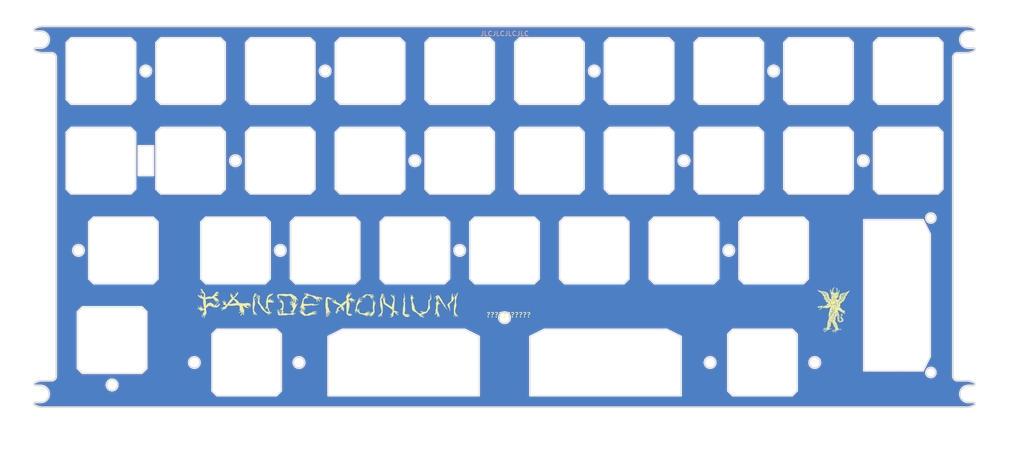
<source format=kicad_pcb>
(kicad_pcb (version 20221018) (generator pcbnew)
  (layers (0 "F.Cu" signal) (31 "B.Cu" signal) (34 "B.Paste" user) (35 "F.Paste" user) (36 "B.SilkS" user "B.Silkscreen") (37 "F.SilkS" user "F.Silkscreen") (38 "B.Mask" user) (39 "F.Mask" user) (44 "Edge.Cuts" user))
  (net 0 "")
  (net 1 "GND")
  (footprint "cipulot_parts:ecs_plate_cut_1U" (layer "F.Cu") (at 41.275 33.3375)
    (fp_text reference "REF**")
    (fp_text value "Value " hide)
    (fp_line (start -7.3 -6) (end -7.3 6) (stroke (width 0.12)) (layer "Edge.Cuts"))
    (fp_line (start -7.3 6) (end -6.3 7) (stroke (width 0.12)) (layer "Edge.Cuts"))
    (fp_line (start -6.3 -7) (end -7.3 -6) (stroke (width 0.12)) (layer "Edge.Cuts"))
    (fp_line (start -6.3 7) (end 6.3 7) (stroke (width 0.12)) (layer "Edge.Cuts"))
    (fp_line (start 6.3 -7) (end -6.3 -7) (stroke (width 0.12)) (layer "Edge.Cuts"))
    (fp_line (start 6.3 -7) (end 7.3 -6) (stroke (width 0.12)) (layer "Edge.Cuts"))
    (fp_line (start 6.3 7) (end 7.3 6) (stroke (width 0.12)) (layer "Edge.Cuts"))
    (fp_line (start 7.3 6) (end 7.3 -6) (stroke (width 0.12)) (layer "Edge.Cuts"))
  )
  (footprint "cipulot_parts:ecs_plate_cut_1U" (layer "F.Cu") (at 60.325 52.3875)
    (fp_text reference "REF**")
    (fp_text value "Value " hide)
    (fp_line (start -7.3 -6) (end -7.3 6) (stroke (width 0.12)) (layer "Edge.Cuts"))
    (fp_line (start -7.3 6) (end -6.3 7) (stroke (width 0.12)) (layer "Edge.Cuts"))
    (fp_line (start -6.3 -7) (end -7.3 -6) (stroke (width 0.12)) (layer "Edge.Cuts"))
    (fp_line (start -6.3 7) (end 6.3 7) (stroke (width 0.12)) (layer "Edge.Cuts"))
    (fp_line (start 6.3 -7) (end -6.3 -7) (stroke (width 0.12)) (layer "Edge.Cuts"))
    (fp_line (start 6.3 -7) (end 7.3 -6) (stroke (width 0.12)) (layer "Edge.Cuts"))
    (fp_line (start 6.3 7) (end 7.3 6) (stroke (width 0.12)) (layer "Edge.Cuts"))
    (fp_line (start 7.3 6) (end 7.3 -6) (stroke (width 0.12)) (layer "Edge.Cuts"))
  )
  (footprint "cipulot_parts:ecs_plate_cut_1U" (layer "F.Cu") (at 60.325 33.3375)
    (fp_text reference "REF**")
    (fp_text value "Value " hide)
    (fp_line (start -7.3 -6) (end -7.3 6) (stroke (width 0.12)) (layer "Edge.Cuts"))
    (fp_line (start -7.3 6) (end -6.3 7) (stroke (width 0.12)) (layer "Edge.Cuts"))
    (fp_line (start -6.3 -7) (end -7.3 -6) (stroke (width 0.12)) (layer "Edge.Cuts"))
    (fp_line (start -6.3 7) (end 6.3 7) (stroke (width 0.12)) (layer "Edge.Cuts"))
    (fp_line (start 6.3 -7) (end -6.3 -7) (stroke (width 0.12)) (layer "Edge.Cuts"))
    (fp_line (start 6.3 -7) (end 7.3 -6) (stroke (width 0.12)) (layer "Edge.Cuts"))
    (fp_line (start 6.3 7) (end 7.3 6) (stroke (width 0.12)) (layer "Edge.Cuts"))
    (fp_line (start 7.3 6) (end 7.3 -6) (stroke (width 0.12)) (layer "Edge.Cuts"))
  )
  (footprint "cipulot_parts:ecs_plate_cut_1U" (layer "F.Cu") (at 212.725 33.3375)
    (fp_text reference "REF**")
    (fp_text value "Value " hide)
    (fp_line (start -7.3 -6) (end -7.3 6) (stroke (width 0.12)) (layer "Edge.Cuts"))
    (fp_line (start -7.3 6) (end -6.3 7) (stroke (width 0.12)) (layer "Edge.Cuts"))
    (fp_line (start -6.3 -7) (end -7.3 -6) (stroke (width 0.12)) (layer "Edge.Cuts"))
    (fp_line (start -6.3 7) (end 6.3 7) (stroke (width 0.12)) (layer "Edge.Cuts"))
    (fp_line (start 6.3 -7) (end -6.3 -7) (stroke (width 0.12)) (layer "Edge.Cuts"))
    (fp_line (start 6.3 -7) (end 7.3 -6) (stroke (width 0.12)) (layer "Edge.Cuts"))
    (fp_line (start 6.3 7) (end 7.3 6) (stroke (width 0.12)) (layer "Edge.Cuts"))
    (fp_line (start 7.3 6) (end 7.3 -6) (stroke (width 0.12)) (layer "Edge.Cuts"))
  )
  (footprint "cipulot_parts:ecs_plate_cut_1U" (layer "F.Cu") (at 146.05 71.4375)
    (fp_text reference "REF**")
    (fp_text value "Value " hide)
    (fp_line (start -7.3 -6) (end -7.3 6) (stroke (width 0.12)) (layer "Edge.Cuts"))
    (fp_line (start -7.3 6) (end -6.3 7) (stroke (width 0.12)) (layer "Edge.Cuts"))
    (fp_line (start -6.3 -7) (end -7.3 -6) (stroke (width 0.12)) (layer "Edge.Cuts"))
    (fp_line (start -6.3 7) (end 6.3 7) (stroke (width 0.12)) (layer "Edge.Cuts"))
    (fp_line (start 6.3 -7) (end -6.3 -7) (stroke (width 0.12)) (layer "Edge.Cuts"))
    (fp_line (start 6.3 -7) (end 7.3 -6) (stroke (width 0.12)) (layer "Edge.Cuts"))
    (fp_line (start 6.3 7) (end 7.3 6) (stroke (width 0.12)) (layer "Edge.Cuts"))
    (fp_line (start 7.3 6) (end 7.3 -6) (stroke (width 0.12)) (layer "Edge.Cuts"))
  )
  (footprint "cipulot_parts:ecs_plate_cut_1U" (layer "F.Cu") (at 46.0375 71.4375)
    (fp_text reference "REF**")
    (fp_text value "Value " hide)
    (fp_line (start -7.3 -6) (end -7.3 6) (stroke (width 0.12)) (layer "Edge.Cuts"))
    (fp_line (start -7.3 6) (end -6.3 7) (stroke (width 0.12)) (layer "Edge.Cuts"))
    (fp_line (start -6.3 -7) (end -7.3 -6) (stroke (width 0.12)) (layer "Edge.Cuts"))
    (fp_line (start -6.3 7) (end 6.3 7) (stroke (width 0.12)) (layer "Edge.Cuts"))
    (fp_line (start 6.3 -7) (end -6.3 -7) (stroke (width 0.12)) (layer "Edge.Cuts"))
    (fp_line (start 6.3 -7) (end 7.3 -6) (stroke (width 0.12)) (layer "Edge.Cuts"))
    (fp_line (start 6.3 7) (end 7.3 6) (stroke (width 0.12)) (layer "Edge.Cuts"))
    (fp_line (start 7.3 6) (end 7.3 -6) (stroke (width 0.12)) (layer "Edge.Cuts"))
  )
  (footprint "LOGO" (layer "F.Cu") (at 196.85 84.1375)
    (fp_text reference "G***" hide)
    (fp_text value "LOGO" hide)
  )
  (footprint "cipulot_parts:ecs_plate_cut_1U" (layer "F.Cu") (at 88.9 71.4375)
    (fp_text reference "REF**")
    (fp_text value "Value " hide)
    (fp_line (start -7.3 -6) (end -7.3 6) (stroke (width 0.12)) (layer "Edge.Cuts"))
    (fp_line (start -7.3 6) (end -6.3 7) (stroke (width 0.12)) (layer "Edge.Cuts"))
    (fp_line (start -6.3 -7) (end -7.3 -6) (stroke (width 0.12)) (layer "Edge.Cuts"))
    (fp_line (start -6.3 7) (end 6.3 7) (stroke (width 0.12)) (layer "Edge.Cuts"))
    (fp_line (start 6.3 -7) (end -6.3 -7) (stroke (width 0.12)) (layer "Edge.Cuts"))
    (fp_line (start 6.3 -7) (end 7.3 -6) (stroke (width 0.12)) (layer "Edge.Cuts"))
    (fp_line (start 6.3 7) (end 7.3 6) (stroke (width 0.12)) (layer "Edge.Cuts"))
    (fp_line (start 7.3 6) (end 7.3 -6) (stroke (width 0.12)) (layer "Edge.Cuts"))
  )
  (footprint "cipulot_parts:ecs_plate_cut_1U" (layer "F.Cu") (at 117.475 33.3375)
    (fp_text reference "REF**")
    (fp_text value "Value " hide)
    (fp_line (start -7.3 -6) (end -7.3 6) (stroke (width 0.12)) (layer "Edge.Cuts"))
    (fp_line (start -7.3 6) (end -6.3 7) (stroke (width 0.12)) (layer "Edge.Cuts"))
    (fp_line (start -6.3 -7) (end -7.3 -6) (stroke (width 0.12)) (layer "Edge.Cuts"))
    (fp_line (start -6.3 7) (end 6.3 7) (stroke (width 0.12)) (layer "Edge.Cuts"))
    (fp_line (start 6.3 -7) (end -6.3 -7) (stroke (width 0.12)) (layer "Edge.Cuts"))
    (fp_line (start 6.3 -7) (end 7.3 -6) (stroke (width 0.12)) (layer "Edge.Cuts"))
    (fp_line (start 6.3 7) (end 7.3 6) (stroke (width 0.12)) (layer "Edge.Cuts"))
    (fp_line (start 7.3 6) (end 7.3 -6) (stroke (width 0.12)) (layer "Edge.Cuts"))
  )
  (footprint "cipulot_parts:ecs_plate_cut_1U" (layer "F.Cu") (at 79.375 52.3875)
    (fp_text reference "REF**")
    (fp_text value "Value " hide)
    (fp_line (start -7.3 -6) (end -7.3 6) (stroke (width 0.12)) (layer "Edge.Cuts"))
    (fp_line (start -7.3 6) (end -6.3 7) (stroke (width 0.12)) (layer "Edge.Cuts"))
    (fp_line (start -6.3 -7) (end -7.3 -6) (stroke (width 0.12)) (layer "Edge.Cuts"))
    (fp_line (start -6.3 7) (end 6.3 7) (stroke (width 0.12)) (layer "Edge.Cuts"))
    (fp_line (start 6.3 -7) (end -6.3 -7) (stroke (width 0.12)) (layer "Edge.Cuts"))
    (fp_line (start 6.3 -7) (end 7.3 -6) (stroke (width 0.12)) (layer "Edge.Cuts"))
    (fp_line (start 6.3 7) (end 7.3 6) (stroke (width 0.12)) (layer "Edge.Cuts"))
    (fp_line (start 7.3 6) (end 7.3 -6) (stroke (width 0.12)) (layer "Edge.Cuts"))
  )
  (footprint "cipulot_parts:ecs_plate_cut_1U" (layer "F.Cu") (at 193.675 52.3875)
    (fp_text reference "REF**")
    (fp_text value "Value " hide)
    (fp_line (start -7.3 -6) (end -7.3 6) (stroke (width 0.12)) (layer "Edge.Cuts"))
    (fp_line (start -7.3 6) (end -6.3 7) (stroke (width 0.12)) (layer "Edge.Cuts"))
    (fp_line (start -6.3 -7) (end -7.3 -6) (stroke (width 0.12)) (layer "Edge.Cuts"))
    (fp_line (start -6.3 7) (end 6.3 7) (stroke (width 0.12)) (layer "Edge.Cuts"))
    (fp_line (start 6.3 -7) (end -6.3 -7) (stroke (width 0.12)) (layer "Edge.Cuts"))
    (fp_line (start 6.3 -7) (end 7.3 -6) (stroke (width 0.12)) (layer "Edge.Cuts"))
    (fp_line (start 6.3 7) (end 7.3 6) (stroke (width 0.12)) (layer "Edge.Cuts"))
    (fp_line (start 7.3 6) (end 7.3 -6) (stroke (width 0.12)) (layer "Edge.Cuts"))
  )
  (footprint "cipulot_parts:ecs_plate_cut_1U" (layer "F.Cu") (at 98.425 52.3875)
    (fp_text reference "REF**")
    (fp_text value "Value " hide)
    (fp_line (start -7.3 -6) (end -7.3 6) (stroke (width 0.12)) (layer "Edge.Cuts"))
    (fp_line (start -7.3 6) (end -6.3 7) (stroke (width 0.12)) (layer "Edge.Cuts"))
    (fp_line (start -6.3 -7) (end -7.3 -6) (stroke (width 0.12)) (layer "Edge.Cuts"))
    (fp_line (start -6.3 7) (end 6.3 7) (stroke (width 0.12)) (layer "Edge.Cuts"))
    (fp_line (start 6.3 -7) (end -6.3 -7) (stroke (width 0.12)) (layer "Edge.Cuts"))
    (fp_line (start 6.3 -7) (end 7.3 -6) (stroke (width 0.12)) (layer "Edge.Cuts"))
    (fp_line (start 6.3 7) (end 7.3 6) (stroke (width 0.12)) (layer "Edge.Cuts"))
    (fp_line (start 7.3 6) (end 7.3 -6) (stroke (width 0.12)) (layer "Edge.Cuts"))
  )
  (footprint "cipulot_parts:ecs_plate_cut_1U" (layer "F.Cu") (at 107.95 71.4375)
    (fp_text reference "REF**")
    (fp_text value "Value " hide)
    (fp_line (start -7.3 -6) (end -7.3 6) (stroke (width 0.12)) (layer "Edge.Cuts"))
    (fp_line (start -7.3 6) (end -6.3 7) (stroke (width 0.12)) (layer "Edge.Cuts"))
    (fp_line (start -6.3 -7) (end -7.3 -6) (stroke (width 0.12)) (layer "Edge.Cuts"))
    (fp_line (start -6.3 7) (end 6.3 7) (stroke (width 0.12)) (layer "Edge.Cuts"))
    (fp_line (start 6.3 -7) (end -6.3 -7) (stroke (width 0.12)) (layer "Edge.Cuts"))
    (fp_line (start 6.3 -7) (end 7.3 -6) (stroke (width 0.12)) (layer "Edge.Cuts"))
    (fp_line (start 6.3 7) (end 7.3 6) (stroke (width 0.12)) (layer "Edge.Cuts"))
    (fp_line (start 7.3 6) (end 7.3 -6) (stroke (width 0.12)) (layer "Edge.Cuts"))
  )
  (footprint "LOGO" (layer "F.Cu") (at 88.9 82.55)
    (fp_text reference "G***" hide)
    (fp_text value "LOGO" hide)
  )
  (footprint "cipulot_parts:ecs_plate_cut_1U" (layer "F.Cu") (at 72.23125 95.25)
    (fp_text reference "REF**")
    (fp_text value "Value " hide)
    (fp_line (start -7.3 -6) (end -7.3 6) (stroke (width 0.12)) (layer "Edge.Cuts"))
    (fp_line (start -7.3 6) (end -6.3 7) (stroke (width 0.12)) (layer "Edge.Cuts"))
    (fp_line (start -6.3 -7) (end -7.3 -6) (stroke (width 0.12)) (layer "Edge.Cuts"))
    (fp_line (start -6.3 7) (end 6.3 7) (stroke (width 0.12)) (layer "Edge.Cuts"))
    (fp_line (start 6.3 -7) (end -6.3 -7) (stroke (width 0.12)) (layer "Edge.Cuts"))
    (fp_line (start 6.3 -7) (end 7.3 -6) (stroke (width 0.12)) (layer "Edge.Cuts"))
    (fp_line (start 6.3 7) (end 7.3 6) (stroke (width 0.12)) (layer "Edge.Cuts"))
    (fp_line (start 7.3 6) (end 7.3 -6) (stroke (width 0.12)) (layer "Edge.Cuts"))
  )
  (footprint "cipulot_parts:ecs_plate_cut_1U" (layer "F.Cu") (at 174.625 33.3375)
    (fp_text reference "REF**")
    (fp_text value "Value " hide)
    (fp_line (start -7.3 -6) (end -7.3 6) (stroke (width 0.12)) (layer "Edge.Cuts"))
    (fp_line (start -7.3 6) (end -6.3 7) (stroke (width 0.12)) (layer "Edge.Cuts"))
    (fp_line (start -6.3 -7) (end -7.3 -6) (stroke (width 0.12)) (layer "Edge.Cuts"))
    (fp_line (start -6.3 7) (end 6.3 7) (stroke (width 0.12)) (layer "Edge.Cuts"))
    (fp_line (start 6.3 -7) (end -6.3 -7) (stroke (width 0.12)) (layer "Edge.Cuts"))
    (fp_line (start 6.3 -7) (end 7.3 -6) (stroke (width 0.12)) (layer "Edge.Cuts"))
    (fp_line (start 6.3 7) (end 7.3 6) (stroke (width 0.12)) (layer "Edge.Cuts"))
    (fp_line (start 7.3 6) (end 7.3 -6) (stroke (width 0.12)) (layer "Edge.Cuts"))
  )
  (footprint "cipulot_parts:ecs_plate_cut_1U" (layer "F.Cu") (at 69.85 71.4375)
    (fp_text reference "REF**")
    (fp_text value "Value " hide)
    (fp_line (start -7.3 -6) (end -7.3 6) (stroke (width 0.12)) (layer "Edge.Cuts"))
    (fp_line (start -7.3 6) (end -6.3 7) (stroke (width 0.12)) (layer "Edge.Cuts"))
    (fp_line (start -6.3 -7) (end -7.3 -6) (stroke (width 0.12)) (layer "Edge.Cuts"))
    (fp_line (start -6.3 7) (end 6.3 7) (stroke (width 0.12)) (layer "Edge.Cuts"))
    (fp_line (start 6.3 -7) (end -6.3 -7) (stroke (width 0.12)) (layer "Edge.Cuts"))
    (fp_line (start 6.3 -7) (end 7.3 -6) (stroke (width 0.12)) (layer "Edge.Cuts"))
    (fp_line (start 6.3 7) (end 7.3 6) (stroke (width 0.12)) (layer "Edge.Cuts"))
    (fp_line (start 7.3 6) (end 7.3 -6) (stroke (width 0.12)) (layer "Edge.Cuts"))
  )
  (footprint "cipulot_parts:ecs_plate_cut_1U" (layer "F.Cu") (at 43.65625 90.4875)
    (fp_text reference "REF**")
    (fp_text value "Value " hide)
    (fp_line (start -7.3 -6) (end -7.3 6) (stroke (width 0.12)) (layer "Edge.Cuts"))
    (fp_line (start -7.3 6) (end -6.3 7) (stroke (width 0.12)) (layer "Edge.Cuts"))
    (fp_line (start -6.3 -7) (end -7.3 -6) (stroke (width 0.12)) (layer "Edge.Cuts"))
    (fp_line (start -6.3 7) (end 6.3 7) (stroke (width 0.12)) (layer "Edge.Cuts"))
    (fp_line (start 6.3 -7) (end -6.3 -7) (stroke (width 0.12)) (layer "Edge.Cuts"))
    (fp_line (start 6.3 -7) (end 7.3 -6) (stroke (width 0.12)) (layer "Edge.Cuts"))
    (fp_line (start 6.3 7) (end 7.3 6) (stroke (width 0.12)) (layer "Edge.Cuts"))
    (fp_line (start 7.3 6) (end 7.3 -6) (stroke (width 0.12)) (layer "Edge.Cuts"))
  )
  (footprint "cipulot_parts:ecs_plate_cut_2U" (layer "F.Cu") (at 148.43125 95.25 180)
    (fp_text reference "REF**")
    (fp_text value "Value " hide)
    (fp_line (start -16 -7) (end 16 -7) (stroke (width 0.12)) (layer "Edge.Cuts"))
    (fp_line (start -16 0) (end -16 -7) (stroke (width 0.12)) (layer "Edge.Cuts"))
    (fp_line (start -16 0) (end -16 5.5) (stroke (width 0.12)) (layer "Edge.Cuts"))
    (fp_line (start -16 5.5) (end -13 7) (stroke (width 0.12)) (layer "Edge.Cuts"))
    (fp_line (start 13 7) (end -13 7) (stroke (width 0.12)) (layer "Edge.Cuts"))
    (fp_line (start 16 -7) (end 16 0) (stroke (width 0.12)) (layer "Edge.Cuts"))
    (fp_line (start 16 0) (end 16 5.5) (stroke (width 0.12)) (layer "Edge.Cuts"))
    (fp_line (start 16 5.5) (end 13 7) (stroke (width 0.12)) (layer "Edge.Cuts"))
  )
  (footprint "cipulot_parts:ecs_plate_cut_2U" (layer "F.Cu") (at 210.34375 80.9625 90)
    (fp_text reference "REF**")
    (fp_text value "Value " hide)
    (fp_line (start -16 -7) (end 16 -7) (stroke (width 0.12)) (layer "Edge.Cuts"))
    (fp_line (start -16 0) (end -16 -7) (stroke (width 0.12)) (layer "Edge.Cuts"))
    (fp_line (start -16 0) (end -16 5.5) (stroke (width 0.12)) (layer "Edge.Cuts"))
    (fp_line (start -16 5.5) (end -13 7) (stroke (width 0.12)) (layer "Edge.Cuts"))
    (fp_line (start 13 7) (end -13 7) (stroke (width 0.12)) (layer "Edge.Cuts"))
    (fp_line (start 16 -7) (end 16 0) (stroke (width 0.12)) (layer "Edge.Cuts"))
    (fp_line (start 16 0) (end 16 5.5) (stroke (width 0.12)) (layer "Edge.Cuts"))
    (fp_line (start 16 5.5) (end 13 7) (stroke (width 0.12)) (layer "Edge.Cuts"))
  )
  (footprint "cipulot_parts:ecs_plate_cut_1U" (layer "F.Cu") (at 155.575 52.3875)
    (fp_text reference "REF**")
    (fp_text value "Value " hide)
    (fp_line (start -7.3 -6) (end -7.3 6) (stroke (width 0.12)) (layer "Edge.Cuts"))
    (fp_line (start -7.3 6) (end -6.3 7) (stroke (width 0.12)) (layer "Edge.Cuts"))
    (fp_line (start -6.3 -7) (end -7.3 -6) (stroke (width 0.12)) (layer "Edge.Cuts"))
    (fp_line (start -6.3 7) (end 6.3 7) (stroke (width 0.12)) (layer "Edge.Cuts"))
    (fp_line (start 6.3 -7) (end -6.3 -7) (stroke (width 0.12)) (layer "Edge.Cuts"))
    (fp_line (start 6.3 -7) (end 7.3 -6) (stroke (width 0.12)) (layer "Edge.Cuts"))
    (fp_line (start 6.3 7) (end 7.3 6) (stroke (width 0.12)) (layer "Edge.Cuts"))
    (fp_line (start 7.3 6) (end 7.3 -6) (stroke (width 0.12)) (layer "Edge.Cuts"))
  )
  (footprint "cipulot_parts:ecs_plate_cut_1U" (layer "F.Cu") (at 136.525 52.3875)
    (fp_text reference "REF**")
    (fp_text value "Value " hide)
    (fp_line (start -7.3 -6) (end -7.3 6) (stroke (width 0.12)) (layer "Edge.Cuts"))
    (fp_line (start -7.3 6) (end -6.3 7) (stroke (width 0.12)) (layer "Edge.Cuts"))
    (fp_line (start -6.3 -7) (end -7.3 -6) (stroke (width 0.12)) (layer "Edge.Cuts"))
    (fp_line (start -6.3 7) (end 6.3 7) (stroke (width 0.12)) (layer "Edge.Cuts"))
    (fp_line (start 6.3 -7) (end -6.3 -7) (stroke (width 0.12)) (layer "Edge.Cuts"))
    (fp_line (start 6.3 -7) (end 7.3 -6) (stroke (width 0.12)) (layer "Edge.Cuts"))
    (fp_line (start 6.3 7) (end 7.3 6) (stroke (width 0.12)) (layer "Edge.Cuts"))
    (fp_line (start 7.3 6) (end 7.3 -6) (stroke (width 0.12)) (layer "Edge.Cuts"))
  )
  (footprint "cipulot_parts:ecs_plate_cut_1U" (layer "F.Cu") (at 184.15 71.4375)
    (fp_text reference "REF**")
    (fp_text value "Value " hide)
    (fp_line (start -7.3 -6) (end -7.3 6) (stroke (width 0.12)) (layer "Edge.Cuts"))
    (fp_line (start -7.3 6) (end -6.3 7) (stroke (width 0.12)) (layer "Edge.Cuts"))
    (fp_line (start -6.3 -7) (end -7.3 -6) (stroke (width 0.12)) (layer "Edge.Cuts"))
    (fp_line (start -6.3 7) (end 6.3 7) (stroke (width 0.12)) (layer "Edge.Cuts"))
    (fp_line (start 6.3 -7) (end -6.3 -7) (stroke (width 0.12)) (layer "Edge.Cuts"))
    (fp_line (start 6.3 -7) (end 7.3 -6) (stroke (width 0.12)) (layer "Edge.Cuts"))
    (fp_line (start 6.3 7) (end 7.3 6) (stroke (width 0.12)) (layer "Edge.Cuts"))
    (fp_line (start 7.3 6) (end 7.3 -6) (stroke (width 0.12)) (layer "Edge.Cuts"))
  )
  (footprint "cipulot_parts:ecs_plate_cut_1U" (layer "F.Cu") (at 181.76875 95.25)
    (fp_text reference "REF**")
    (fp_text value "Value " hide)
    (fp_line (start -7.3 -6) (end -7.3 6) (stroke (width 0.12)) (layer "Edge.Cuts"))
    (fp_line (start -7.3 6) (end -6.3 7) (stroke (width 0.12)) (layer "Edge.Cuts"))
    (fp_line (start -6.3 -7) (end -7.3 -6) (stroke (width 0.12)) (layer "Edge.Cuts"))
    (fp_line (start -6.3 7) (end 6.3 7) (stroke (width 0.12)) (layer "Edge.Cuts"))
    (fp_line (start 6.3 -7) (end -6.3 -7) (stroke (width 0.12)) (layer "Edge.Cuts"))
    (fp_line (start 6.3 -7) (end 7.3 -6) (stroke (width 0.12)) (layer "Edge.Cuts"))
    (fp_line (start 6.3 7) (end 7.3 6) (stroke (width 0.12)) (layer "Edge.Cuts"))
    (fp_line (start 7.3 6) (end 7.3 -6) (stroke (width 0.12)) (layer "Edge.Cuts"))
  )
  (footprint "cipulot_parts:ecs_plate_cut_1U" (layer "F.Cu") (at 136.525 33.3375)
    (fp_text reference "REF**")
    (fp_text value "Value " hide)
    (fp_line (start -7.3 -6) (end -7.3 6) (stroke (width 0.12)) (layer "Edge.Cuts"))
    (fp_line (start -7.3 6) (end -6.3 7) (stroke (width 0.12)) (layer "Edge.Cuts"))
    (fp_line (start -6.3 -7) (end -7.3 -6) (stroke (width 0.12)) (layer "Edge.Cuts"))
    (fp_line (start -6.3 7) (end 6.3 7) (stroke (width 0.12)) (layer "Edge.Cuts"))
    (fp_line (start 6.3 -7) (end -6.3 -7) (stroke (width 0.12)) (layer "Edge.Cuts"))
    (fp_line (start 6.3 -7) (end 7.3 -6) (stroke (width 0.12)) (layer "Edge.Cuts"))
    (fp_line (start 6.3 7) (end 7.3 6) (stroke (width 0.12)) (layer "Edge.Cuts"))
    (fp_line (start 7.3 6) (end 7.3 -6) (stroke (width 0.12)) (layer "Edge.Cuts"))
  )
  (footprint "cipulot_parts:ecs_plate_cut_1U" (layer "F.Cu") (at 165.1 71.4375)
    (fp_text reference "REF**")
    (fp_text value "Value " hide)
    (fp_line (start -7.3 -6) (end -7.3 6) (stroke (width 0.12)) (layer "Edge.Cuts"))
    (fp_line (start -7.3 6) (end -6.3 7) (stroke (width 0.12)) (layer "Edge.Cuts"))
    (fp_line (start -6.3 -7) (end -7.3 -6) (stroke (width 0.12)) (layer "Edge.Cuts"))
    (fp_line (start -6.3 7) (end 6.3 7) (stroke (width 0.12)) (layer "Edge.Cuts"))
    (fp_line (start 6.3 -7) (end -6.3 -7) (stroke (width 0.12)) (layer "Edge.Cuts"))
    (fp_line (start 6.3 -7) (end 7.3 -6) (stroke (width 0.12)) (layer "Edge.Cuts"))
    (fp_line (start 6.3 7) (end 7.3 6) (stroke (width 0.12)) (layer "Edge.Cuts"))
    (fp_line (start 7.3 6) (end 7.3 -6) (stroke (width 0.12)) (layer "Edge.Cuts"))
  )
  (footprint "cipulot_parts:ecs_plate_cut_1U" (layer "F.Cu") (at 117.475 52.3875)
    (fp_text reference "REF**")
    (fp_text value "Value " hide)
    (fp_line (start -7.3 -6) (end -7.3 6) (stroke (width 0.12)) (layer "Edge.Cuts"))
    (fp_line (start -7.3 6) (end -6.3 7) (stroke (width 0.12)) (layer "Edge.Cuts"))
    (fp_line (start -6.3 -7) (end -7.3 -6) (stroke (width 0.12)) (layer "Edge.Cuts"))
    (fp_line (start -6.3 7) (end 6.3 7) (stroke (width 0.12)) (layer "Edge.Cuts"))
    (fp_line (start 6.3 -7) (end -6.3 -7) (stroke (width 0.12)) (layer "Edge.Cuts"))
    (fp_line (start 6.3 -7) (end 7.3 -6) (stroke (width 0.12)) (layer "Edge.Cuts"))
    (fp_line (start 6.3 7) (end 7.3 6) (stroke (width 0.12)) (layer "Edge.Cuts"))
    (fp_line (start 7.3 6) (end 7.3 -6) (stroke (width 0.12)) (layer "Edge.Cuts"))
  )
  (footprint "cipulot_parts:ecs_plate_cut_1U" (layer "F.Cu") (at 155.575 33.3375)
    (fp_text reference "REF**")
    (fp_text value "Value " hide)
    (fp_line (start -7.3 -6) (end -7.3 6) (stroke (width 0.12)) (layer "Edge.Cuts"))
    (fp_line (start -7.3 6) (end -6.3 7) (stroke (width 0.12)) (layer "Edge.Cuts"))
    (fp_line (start -6.3 -7) (end -7.3 -6) (stroke (width 0.12)) (layer "Edge.Cuts"))
    (fp_line (start -6.3 7) (end 6.3 7) (stroke (width 0.12)) (layer "Edge.Cuts"))
    (fp_line (start 6.3 -7) (end -6.3 -7) (stroke (width 0.12)) (layer "Edge.Cuts"))
    (fp_line (start 6.3 -7) (end 7.3 -6) (stroke (width 0.12)) (layer "Edge.Cuts"))
    (fp_line (start 6.3 7) (end 7.3 6) (stroke (width 0.12)) (layer "Edge.Cuts"))
    (fp_line (start 7.3 6) (end 7.3 -6) (stroke (width 0.12)) (layer "Edge.Cuts"))
  )
  (footprint "cipulot_parts:ecs_plate_cut_1U" (layer "F.Cu") (at 98.425 33.3375)
    (fp_text reference "REF**")
    (fp_text value "Value " hide)
    (fp_line (start -7.3 -6) (end -7.3 6) (stroke (width 0.12)) (layer "Edge.Cuts"))
    (fp_line (start -7.3 6) (end -6.3 7) (stroke (width 0.12)) (layer "Edge.Cuts"))
    (fp_line (start -6.3 -7) (end -7.3 -6) (stroke (width 0.12)) (layer "Edge.Cuts"))
    (fp_line (start -6.3 7) (end 6.3 7) (stroke (width 0.12)) (layer "Edge.Cuts"))
    (fp_line (start 6.3 -7) (end -6.3 -7) (stroke (width 0.12)) (layer "Edge.Cuts"))
    (fp_line (start 6.3 -7) (end 7.3 -6) (stroke (width 0.12)) (layer "Edge.Cuts"))
    (fp_line (start 6.3 7) (end 7.3 6) (stroke (width 0.12)) (layer "Edge.Cuts"))
    (fp_line (start 7.3 6) (end 7.3 -6) (stroke (width 0.12)) (layer "Edge.Cuts"))
  )
  (footprint "cipulot_parts:ecs_plate_cut_1U" (layer "F.Cu") (at 174.625 52.3875)
    (fp_text reference "REF**")
    (fp_text value "Value " hide)
    (fp_line (start -7.3 -6) (end -7.3 6) (stroke (width 0.12)) (layer "Edge.Cuts"))
    (fp_line (start -7.3 6) (end -6.3 7) (stroke (width 0.12)) (layer "Edge.Cuts"))
    (fp_line (start -6.3 -7) (end -7.3 -6) (stroke (width 0.12)) (layer "Edge.Cuts"))
    (fp_line (start -6.3 7) (end 6.3 7) (stroke (width 0.12)) (layer "Edge.Cuts"))
    (fp_line (start 6.3 -7) (end -6.3 -7) (stroke (width 0.12)) (layer "Edge.Cuts"))
    (fp_line (start 6.3 -7) (end 7.3 -6) (stroke (width 0.12)) (layer "Edge.Cuts"))
    (fp_line (start 6.3 7) (end 7.3 6) (stroke (width 0.12)) (layer "Edge.Cuts"))
    (fp_line (start 7.3 6) (end 7.3 -6) (stroke (width 0.12)) (layer "Edge.Cuts"))
  )
  (footprint "cipulot_parts:ecs_plate_cut_1U" (layer "F.Cu") (at 127 71.4375)
    (fp_text reference "REF**")
    (fp_text value "Value " hide)
    (fp_line (start -7.3 -6) (end -7.3 6) (stroke (width 0.12)) (layer "Edge.Cuts"))
    (fp_line (start -7.3 6) (end -6.3 7) (stroke (width 0.12)) (layer "Edge.Cuts"))
    (fp_line (start -6.3 -7) (end -7.3 -6) (stroke (width 0.12)) (layer "Edge.Cuts"))
    (fp_line (start -6.3 7) (end 6.3 7) (stroke (width 0.12)) (layer "Edge.Cuts"))
    (fp_line (start 6.3 -7) (end -6.3 -7) (stroke (width 0.12)) (layer "Edge.Cuts"))
    (fp_line (start 6.3 -7) (end 7.3 -6) (stroke (width 0.12)) (layer "Edge.Cuts"))
    (fp_line (start 6.3 7) (end 7.3 6) (stroke (width 0.12)) (layer "Edge.Cuts"))
    (fp_line (start 7.3 6) (end 7.3 -6) (stroke (width 0.12)) (layer "Edge.Cuts"))
  )
  (footprint "cipulot_parts:ecs_plate_cut_1U" (layer "F.Cu") (at 41.275 52.3875)
    (fp_text reference "REF**")
    (fp_text value "Value " hide)
    (fp_line (start -7.3 -6) (end -7.3 6) (stroke (width 0.12)) (layer "Edge.Cuts"))
    (fp_line (start -7.3 6) (end -6.3 7) (stroke (width 0.12)) (layer "Edge.Cuts"))
    (fp_line (start -6.3 -7) (end -7.3 -6) (stroke (width 0.12)) (layer "Edge.Cuts"))
    (fp_line (start -6.3 7) (end 6.3 7) (stroke (width 0.12)) (layer "Edge.Cuts"))
    (fp_line (start 6.3 -7) (end -6.3 -7) (stroke (width 0.12)) (layer "Edge.Cuts"))
    (fp_line (start 6.3 -7) (end 7.3 -6) (stroke (width 0.12)) (layer "Edge.Cuts"))
    (fp_line (start 6.3 7) (end 7.3 6) (stroke (width 0.12)) (layer "Edge.Cuts"))
    (fp_line (start 7.3 6) (end 7.3 -6) (stroke (width 0.12)) (layer "Edge.Cuts"))
  )
  (footprint "cipulot_parts:ecs_plate_cut_2U" (layer "F.Cu") (at 105.56875 95.25 180)
    (fp_text reference "REF**")
    (fp_text value "Value " hide)
    (fp_line (start -16 -7) (end 16 -7) (stroke (width 0.12)) (layer "Edge.Cuts"))
    (fp_line (start -16 0) (end -16 -7) (stroke (width 0.12)) (layer "Edge.Cuts"))
    (fp_line (start -16 0) (end -16 5.5) (stroke (width 0.12)) (layer "Edge.Cuts"))
    (fp_line (start -16 5.5) (end -13 7) (stroke (width 0.12)) (layer "Edge.Cuts"))
    (fp_line (start 13 7) (end -13 7) (stroke (width 0.12)) (layer "Edge.Cuts"))
    (fp_line (start 16 -7) (end 16 0) (stroke (width 0.12)) (layer "Edge.Cuts"))
    (fp_line (start 16 0) (end 16 5.5) (stroke (width 0.12)) (layer "Edge.Cuts"))
    (fp_line (start 16 5.5) (end 13 7) (stroke (width 0.12)) (layer "Edge.Cuts"))
  )
  (footprint "cipulot_parts:ecs_plate_cut_1U" (layer "F.Cu") (at 79.375 33.3375)
    (fp_text reference "REF**")
    (fp_text value "Value " hide)
    (fp_line (start -7.3 -6) (end -7.3 6) (stroke (width 0.12)) (layer "Edge.Cuts"))
    (fp_line (start -7.3 6) (end -6.3 7) (stroke (width 0.12)) (layer "Edge.Cuts"))
    (fp_line (start -6.3 -7) (end -7.3 -6) (stroke (width 0.12)) (layer "Edge.Cuts"))
    (fp_line (start -6.3 7) (end 6.3 7) (stroke (width 0.12)) (layer "Edge.Cuts"))
    (fp_line (start 6.3 -7) (end -6.3 -7) (stroke (width 0.12)) (layer "Edge.Cuts"))
    (fp_line (start 6.3 -7) (end 7.3 -6) (stroke (width 0.12)) (layer "Edge.Cuts"))
    (fp_line (start 6.3 7) (end 7.3 6) (stroke (width 0.12)) (layer "Edge.Cuts"))
    (fp_line (start 7.3 6) (end 7.3 -6) (stroke (width 0.12)) (layer "Edge.Cuts"))
  )
  (footprint "cipulot_parts:ecs_plate_cut_1U" (layer "F.Cu") (at 193.675 33.3375)
    (fp_text reference "REF**")
    (fp_text value "Value " hide)
    (fp_line (start -7.3 -6) (end -7.3 6) (stroke (width 0.12)) (layer "Edge.Cuts"))
    (fp_line (start -7.3 6) (end -6.3 7) (stroke (width 0.12)) (layer "Edge.Cuts"))
    (fp_line (start -6.3 -7) (end -7.3 -6) (stroke (width 0.12)) (layer "Edge.Cuts"))
    (fp_line (start -6.3 7) (end 6.3 7) (stroke (width 0.12)) (layer "Edge.Cuts"))
    (fp_line (start 6.3 -7) (end -6.3 -7) (stroke (width 0.12)) (layer "Edge.Cuts"))
    (fp_line (start 6.3 -7) (end 7.3 -6) (stroke (width 0.12)) (layer "Edge.Cuts"))
    (fp_line (start 6.3 7) (end 7.3 6) (stroke (width 0.12)) (layer "Edge.Cuts"))
    (fp_line (start 7.3 6) (end 7.3 -6) (stroke (width 0.12)) (layer "Edge.Cuts"))
  )
  (footprint "cipulot_parts:ecs_plate_cut_1U" (layer "F.Cu") (at 212.725 52.3875)
    (fp_text reference "REF**")
    (fp_text value "Value " hide)
    (fp_line (start -7.3 -6) (end -7.3 6) (stroke (width 0.12)) (layer "Edge.Cuts"))
    (fp_line (start -7.3 6) (end -6.3 7) (stroke (width 0.12)) (layer "Edge.Cuts"))
    (fp_line (start -6.3 -7) (end -7.3 -6) (stroke (width 0.12)) (layer "Edge.Cuts"))
    (fp_line (start -6.3 7) (end 6.3 7) (stroke (width 0.12)) (layer "Edge.Cuts"))
    (fp_line (start 6.3 -7) (end -6.3 -7) (stroke (width 0.12)) (layer "Edge.Cuts"))
    (fp_line (start 6.3 -7) (end 7.3 -6) (stroke (width 0.12)) (layer "Edge.Cuts"))
    (fp_line (start 6.3 7) (end 7.3 6) (stroke (width 0.12)) (layer "Edge.Cuts"))
    (fp_line (start 7.3 6) (end 7.3 -6) (stroke (width 0.12)) (layer "Edge.Cuts"))
  )
  (gr_arc (start 226.796371 104.319) (mid 226.056102 104.658624) (end 225.25 104.775) (stroke (width 0.2)) (layer "Edge.Cuts"))
  (gr_circle (center 165.1 52.3875) (end 166.25 52.3875) (stroke (width 0.2)) (fill none) (layer "Edge.Cuts"))
  (gr_line (start 222.25 98.075) (end 222.25 30.5125) (stroke (width 0.2)) (layer "Edge.Cuts"))
  (gr_arc (start 226.796369 24.2685) (mid 226.942187 24.661499) (end 226.606464 24.9125) (stroke (width 0.2)) (layer "Edge.Cuts"))
  (gr_line (start 30.75 99.075) (end 28.75 99.075) (stroke (width 0.2)) (layer "Edge.Cuts"))
  (gr_line (start 28.500556 28.4125) (end 27.393534 28.4125) (stroke (width 0.2)) (layer "Edge.Cuts"))
  (gr_arc (start 27.203629 29.0565) (mid 27.057812 28.663501) (end 27.393534 28.4125) (stroke (width 0.2)) (layer "Edge.Cuts"))
  (gr_arc (start 27.393534 24.9125) (mid 27.057795 24.661504) (end 27.203629 24.2685) (stroke (width 0.2)) (layer "Edge.Cuts"))
  (gr_circle (center 61.11875 95.25) (end 62.26875 95.25) (stroke (width 0.2)) (fill none) (layer "Edge.Cuts"))
  (gr_arc (start 28.500556 24.9125) (mid 30.25056 26.6625) (end 28.500556 28.4125) (stroke (width 0.2)) (layer "Edge.Cuts"))
  (gr_circle (center 217.54375 97.3625) (end 217.54375 96.3625) (stroke (width 0.2)) (fill none) (layer "Edge.Cuts"))
  (gr_line (start 28.75 29.5125) (end 30.75 29.5125) (stroke (width 0.2)) (layer "Edge.Cuts"))
  (gr_circle (center 117.475 71.4375) (end 118.625 71.4375) (stroke (width 0.2)) (fill none) (layer "Edge.Cuts"))
  (gr_arc (start 28.75 29.5125) (mid 27.943898 29.396124) (end 27.203629 29.0565) (stroke (width 0.2)) (layer "Edge.Cuts"))
  (gr_line (start 225.499444 100.175) (end 226.606466 100.175) (stroke (width 0.2)) (layer "Edge.Cuts"))
  (gr_line (start 225.25 23.8125) (end 28.75 23.8125) (stroke (width 0.2)) (layer "Edge.Cuts"))
  (gr_arc (start 30.75 29.5125) (mid 31.457107 29.805393) (end 31.75 30.5125) (stroke (width 0.2)) (layer "Edge.Cuts"))
  (gr_line (start 226.606466 103.675) (end 225.499444 103.675) (stroke (width 0.2)) (layer "Edge.Cuts"))
  (gr_arc (start 225.499442 28.4125) (mid 223.7494 26.6625) (end 225.499442 24.9125) (stroke (width 0.2)) (layer "Edge.Cuts"))
  (gr_circle (center 88.9 33.3375) (end 90.05 33.3375) (stroke (width 0.2)) (fill none) (layer "Edge.Cuts"))
  (gr_circle (center 43.65625 100.0125) (end 44.80625 100.0125) (stroke (width 0.2)) (fill none) (layer "Edge.Cuts"))
  (gr_arc (start 226.606464 28.4125) (mid 226.942206 28.663495) (end 226.796369 29.0565) (stroke (width 0.2)) (layer "Edge.Cuts"))
  (gr_circle (center 146.05 33.3375) (end 147.2 33.3375) (stroke (width 0.2)) (fill none) (layer "Edge.Cuts"))
  (gr_circle (center 107.95 52.3875) (end 109.1 52.3875) (stroke (width 0.2)) (fill none) (layer "Edge.Cuts"))
  (gr_arc (start 225.499444 103.675) (mid 223.7494 101.925) (end 225.499444 100.175) (stroke (width 0.2)) (layer "Edge.Cuts"))
  (gr_circle (center 83.34375 95.25) (end 84.49375 95.25) (stroke (width 0.2)) (fill none) (layer "Edge.Cuts"))
  (gr_arc (start 225.25 99.075) (mid 226.056102 99.191376) (end 226.796371 99.531) (stroke (width 0.2)) (layer "Edge.Cuts"))
  (gr_circle (center 217.54375 64.5625) (end 217.54375 63.5625) (stroke (width 0.2)) (fill none) (layer "Edge.Cuts"))
  (gr_arc (start 28.500555 100.175) (mid 30.25056 101.925) (end 28.500555 103.675) (stroke (width 0.2)) (layer "Edge.Cuts"))
  (gr_circle (center 192.88125 95.25) (end 194.03125 95.25) (stroke (width 0.2)) (fill none) (layer "Edge.Cuts"))
  (gr_line (start 223.25 29.5125) (end 225.249998 29.5125) (stroke (width 0.2)) (layer "Edge.Cuts"))
  (gr_arc (start 226.606466 103.675) (mid 226.942206 103.925995) (end 226.796371 104.319) (stroke (width 0.2)) (layer "Edge.Cuts"))
  (gr_line (start 27.393534 100.175) (end 28.500555 100.175) (stroke (width 0.2)) (layer "Edge.Cuts"))
  (gr_arc (start 226.796369 29.0565) (mid 226.056099 29.396123) (end 225.249998 29.5125) (stroke (width 0.2)) (layer "Edge.Cuts"))
  (gr_rect (start 49.241432 49.276087) (end 52.377856 55.4739) (stroke (width 0.1)) (fill none) (layer "Edge.Cuts"))
  (gr_arc (start 222.25 30.5125) (mid 222.542893 29.805393) (end 223.25 29.5125) (stroke (width 0.2)) (layer "Edge.Cuts"))
  (gr_line (start 226.606464 28.4125) (end 225.499442 28.4125) (stroke (width 0.2)) (layer "Edge.Cuts"))
  (gr_line (start 225.499442 24.9125) (end 226.606464 24.9125) (stroke (width 0.2)) (layer "Edge.Cuts"))
  (gr_arc (start 225.25 23.8125) (mid 226.056101 23.928876) (end 226.796369 24.2685) (stroke (width 0.2)) (layer "Edge.Cuts"))
  (gr_circle (center 50.8 33.3375) (end 51.95 33.3375) (stroke (width 0.2)) (fill none) (layer "Edge.Cuts"))
  (gr_arc (start 31.75 98.075) (mid 31.457107 98.782107) (end 30.75 99.075) (stroke (width 0.2)) (layer "Edge.Cuts"))
  (gr_circle (center 127 85.725) (end 128.15 85.725) (stroke (width 0.2)) (fill none) (layer "Edge.Cuts"))
  (gr_line (start 225.25 99.075) (end 223.25 99.075) (stroke (width 0.2)) (layer "Edge.Cuts"))
  (gr_line (start 28.75 104.775) (end 225.25 104.775) (stroke (width 0.2)) (layer "Edge.Cuts"))
  (gr_line (start 31.75 30.5125) (end 31.75 98.075) (stroke (width 0.2)) (layer "Edge.Cuts"))
  (gr_line (start 27.393534 24.9125) (end 28.500556 24.9125) (stroke (width 0.2)) (layer "Edge.Cuts"))
  (gr_arc (start 27.203629 24.2685) (mid 27.943898 23.928876) (end 28.75 23.8125) (stroke (width 0.2)) (layer "Edge.Cuts"))
  (gr_circle (center 170.65625 95.25) (end 171.80625 95.25) (stroke (width 0.2)) (fill none) (layer "Edge.Cuts"))
  (gr_arc (start 28.75 104.775) (mid 27.943898 104.658624) (end 27.203628 104.319) (stroke (width 0.2)) (layer "Edge.Cuts"))
  (gr_line (start 28.500555 103.675) (end 27.393534 103.675) (stroke (width 0.2)) (layer "Edge.Cuts"))
  (gr_circle (center 69.85 52.3875) (end 71 52.3875) (stroke (width 0.2)) (fill none) (layer "Edge.Cuts"))
  (gr_arc (start 226.796371 99.531) (mid 226.942188 99.923999) (end 226.606466 100.175) (stroke (width 0.2)) (layer "Edge.Cuts"))
  (gr_arc (start 27.203628 104.319) (mid 27.057812 103.926001) (end 27.393534 103.675) (stroke (width 0.2)) (layer "Edge.Cuts"))
  (gr_circle (center 203.2 52.3875) (end 204.35 52.3875) (stroke (width 0.2)) (fill none) (layer "Edge.Cuts"))
  (gr_circle (center 36.5125 71.4375) (end 37.6625 71.4375) (stroke (width 0.2)) (fill none) (layer "Edge.Cuts"))
  (gr_arc (start 27.393534 100.175) (mid 27.057794 99.924005) (end 27.203628 99.531) (stroke (width 0.2)) (layer "Edge.Cuts"))
  (gr_circle (center 79.375 71.4375) (end 80.525 71.4375) (stroke (width 0.2)) (fill none) (layer "Edge.Cuts"))
  (gr_arc (start 223.25 99.075) (mid 222.542893 98.782107) (end 222.25 98.075) (stroke (width 0.2)) (layer "Edge.Cuts"))
  (gr_arc (start 27.203628 99.531) (mid 27.943898 99.191376) (end 28.75 99.075) (stroke (width 0.2)) (layer "Edge.Cuts"))
  (gr_circle (center 184.15 33.3375) (end 185.3 33.3375) (stroke (width 0.2)) (fill none) (layer "Edge.Cuts"))
  (gr_circle (center 174.625 71.4375) (end 175.775 71.4375) (stroke (width 0.2)) (fill none) (layer "Edge.Cuts"))
  (gr_text "JLCJLCJLCJLC" (at 127 25.4) (layer "B.SilkS") (effects (font (size 1 1))))
  (gr_text "𝔓𝔞𝔫𝔡𝔢𝔪𝔬𝔫𝔦𝔲𝔪" (at 123.03125 85.725) (layer "F.SilkS") (effects (font (size 1 1)) (justify left bottom)))
  (zone (net 1) (net_name "GND") (layers "F&B.Cu") (connect_pads (clearance 0)) (min_thickness 0.025) (fill yes (thermal_gap 0.5) (thermal_bridge_width 0.5) (island_removal_mode 1) (island_area_min 10))
    (polygon (pts (xy 19.84375 18.25625) (xy 237.33125 18.25625) (xy 237.33125 114.3) (xy 19.84375 114.3)))
  )
)
</source>
